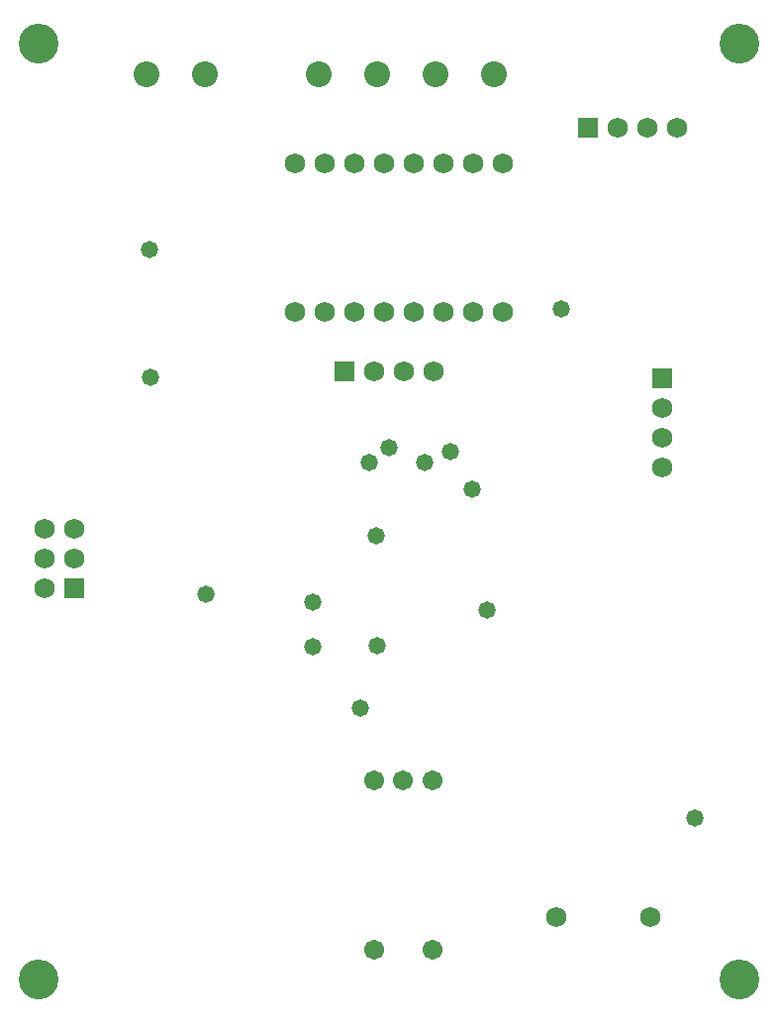
<source format=gbs>
G04*
G04 #@! TF.GenerationSoftware,Altium Limited,Altium Designer,18.0.7 (293)*
G04*
G04 Layer_Color=16711935*
%FSLAX25Y25*%
%MOIN*%
G70*
G01*
G75*
%ADD43C,0.06800*%
%ADD44R,0.07099X0.07099*%
%ADD45C,0.06737*%
%ADD46R,0.07099X0.07099*%
%ADD47C,0.08674*%
%ADD48C,0.05800*%
%ADD49C,0.13398*%
D43*
X224980Y296555D02*
D03*
X214980D02*
D03*
X204980D02*
D03*
X96161Y284744D02*
D03*
X106161D02*
D03*
X116161D02*
D03*
X126161D02*
D03*
X136161D02*
D03*
X146161D02*
D03*
X156161D02*
D03*
X166161D02*
D03*
Y234744D02*
D03*
X156161D02*
D03*
X146161D02*
D03*
X136161D02*
D03*
X126161D02*
D03*
X116161D02*
D03*
X106161D02*
D03*
X96161D02*
D03*
X215847Y30807D02*
D03*
X184350D02*
D03*
X219980Y202205D02*
D03*
Y192205D02*
D03*
Y182205D02*
D03*
X21949Y151732D02*
D03*
Y161732D02*
D03*
X11949Y141732D02*
D03*
Y151732D02*
D03*
Y161732D02*
D03*
X122992Y214567D02*
D03*
X132992D02*
D03*
X142992D02*
D03*
D44*
X194980Y296555D02*
D03*
X21949Y141732D02*
D03*
X112992Y214567D02*
D03*
D45*
X122835Y19882D02*
D03*
X142520D02*
D03*
Y76968D02*
D03*
X132677D02*
D03*
X122835D02*
D03*
D46*
X219980Y212205D02*
D03*
D47*
X163325Y314764D02*
D03*
X143640D02*
D03*
X123917D02*
D03*
X104195D02*
D03*
X46223D02*
D03*
X65945D02*
D03*
D48*
X66142Y139764D02*
D03*
X47244Y255512D02*
D03*
X47441Y212598D02*
D03*
X186024Y235433D02*
D03*
X139764Y183858D02*
D03*
X127890Y189032D02*
D03*
X123622Y159365D02*
D03*
X155905Y175000D02*
D03*
X148622Y187598D02*
D03*
X102165Y136909D02*
D03*
Y121949D02*
D03*
X124016Y122146D02*
D03*
X230990Y64285D02*
D03*
X160843Y134432D02*
D03*
X121260Y183862D02*
D03*
X118110Y101378D02*
D03*
D49*
X246063Y324803D02*
D03*
Y9843D02*
D03*
X9843D02*
D03*
Y324803D02*
D03*
M02*

</source>
